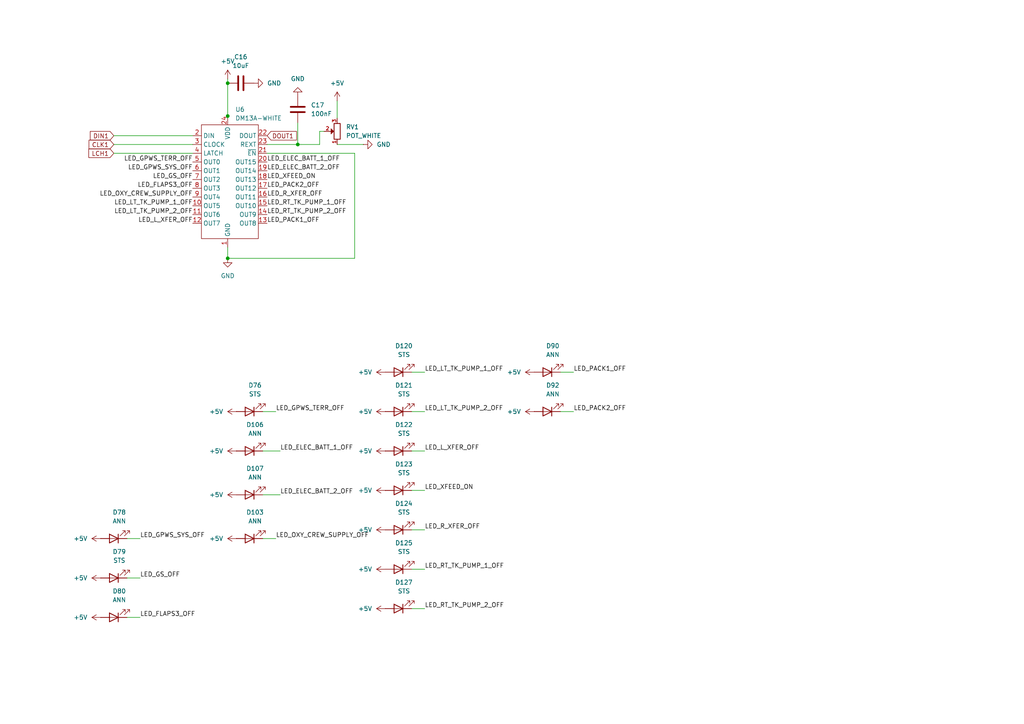
<source format=kicad_sch>
(kicad_sch (version 20231120) (generator "eeschema") (generator_version "8.0")
  (paper "A4")
  (lib_symbols
    (symbol "Custom_Symbols:DM13A"
      (property "Reference" "U" (at -7.62 15.875 0))
      (property "Value" "DM13A" (at 6.35 -19.685 0))
      (symbol "DM13A_0_0"
        (pin power_in line (at 0 -20.955 90) (length 2.54) (name "GND") (number "1"))
        (pin output line (at -10.16 -8.89 0) (length 2.54) (name "OUT5") (number "10"))
        (pin output line (at -10.16 -11.43 0) (length 2.54) (name "OUT6") (number "11"))
        (pin output line (at -10.16 -13.97 0) (length 2.54) (name "OUT7") (number "12"))
        (pin output line (at 11.43 -13.97 180) (length 2.54) (name "OUT8") (number "13"))
        (pin output line (at 11.43 -11.43 180) (length 2.54) (name "OUT9") (number "14"))
        (pin output line (at 11.43 -8.89 180) (length 2.54) (name "OUT10") (number "15"))
        (pin output line (at 11.43 -6.35 180) (length 2.54) (name "OUT11") (number "16"))
        (pin output line (at 11.43 -3.81 180) (length 2.54) (name "OUT12") (number "17"))
        (pin output line (at 11.43 -1.27 180) (length 2.54) (name "OUT13") (number "18"))
        (pin output line (at 11.43 1.27 180) (length 2.54) (name "OUT14") (number "19"))
        (pin input line (at -10.16 11.43 0) (length 2.54) (name "DIN") (number "2"))
        (pin output line (at 11.43 3.81 180) (length 2.54) (name "OUT15") (number "20"))
        (pin input line (at 11.43 6.35 180) (length 2.54) (name "~{EN}") (number "21"))
        (pin output line (at 11.43 11.43 180) (length 2.54) (name "DOUT") (number "22"))
        (pin input line (at 11.43 8.89 180) (length 2.54) (name "REXT") (number "23"))
        (pin power_in line (at 0 17.145 270) (length 2.54) (name "VDD") (number "24"))
        (pin input line (at -10.16 8.89 0) (length 2.54) (name "CLOCK") (number "3"))
        (pin input line (at -10.16 6.35 0) (length 2.54) (name "LATCH") (number "4"))
        (pin output line (at -10.16 3.81 0) (length 2.54) (name "OUT0") (number "5"))
        (pin output line (at -10.16 1.27 0) (length 2.54) (name "OUT1") (number "6"))
        (pin output line (at -10.16 -1.27 0) (length 2.54) (name "OUT2") (number "7"))
        (pin output line (at -10.16 -3.81 0) (length 2.54) (name "OUT3") (number "8"))
        (pin output line (at -10.16 -6.35 0) (length 2.54) (name "OUT4") (number "9"))
      )
      (symbol "DM13A_0_1"
        (rectangle (start -7.62 14.605) (end 8.89 -18.415))
      )
    )
    (symbol "Device:C" (pin_numbers hide) (pin_names (offset 0.254))
      (property "Reference" "C" (at 0.635 2.54 0))
      (property "Value" "C" (at 0.635 -2.54 0))
      (symbol "C_0_1"
        (polyline (pts (xy -2.032 -0.762) (xy 2.032 -0.762)) (stroke (width 0.508)))
        (polyline (pts (xy -2.032 0.762) (xy 2.032 0.762)) (stroke (width 0.508)))
      )
      (symbol "C_1_1"
        (pin passive line (at 0 3.81 270) (length 2.794) (name "~") (number "1"))
        (pin passive line (at 0 -3.81 90) (length 2.794) (name "~") (number "2"))
      )
    )
    (symbol "Device:LED" (pin_numbers hide) (pin_names (offset 1.016) hide)
      (property "Reference" "D" (at 0 2.54 0))
      (property "Value" "LED" (at 0 -2.54 0))
      (symbol "LED_0_1"
        (polyline (pts (xy -1.27 -1.27) (xy -1.27 1.27)) (stroke (width 0.254)))
        (polyline (pts (xy -1.27 0) (xy 1.27 0)))
        (polyline (pts (xy 1.27 -1.27) (xy 1.27 1.27) (xy -1.27 0) (xy 1.27 -1.27)) (stroke (width 0.254)))
        (polyline (pts (xy -3.048 -0.762) (xy -4.572 -2.286) (xy -3.81 -2.286) (xy -4.572 -2.286) (xy -4.572 -1.524)))
        (polyline (pts (xy -1.778 -0.762) (xy -3.302 -2.286) (xy -2.54 -2.286) (xy -3.302 -2.286) (xy -3.302 -1.524)))
      )
      (symbol "LED_1_1"
        (pin passive line (at -3.81 0 0) (length 2.54) (name "K") (number "1"))
        (pin passive line (at 3.81 0 180) (length 2.54) (name "A") (number "2"))
      )
    )
    (symbol "PCM_SL_Devices:potentiometer_3362P"
      (property "Reference" "RV" (at 0 -2.286 0))
      (property "Value" "potentiometer_3362P" (at 0 -3.81 0))
      (symbol "potentiometer_3362P_0_1"
        (rectangle (start -2.286 0.889) (end 2.286 -0.889) (stroke (width 0.24)))
        (polyline (pts (xy 0 1.016) (xy 0.762 1.778) (xy -0.762 1.778) (xy 0 1.016)) (fill (type outline)))
      )
      (symbol "potentiometer_3362P_1_1"
        (pin passive line (at -3.81 0 0) (length 1.5) (name "~") (number "1"))
        (pin passive line (at 0 3.81 270) (length 2) (name "~") (number "2"))
        (pin passive line (at 3.81 0 180) (length 1.5) (name "~") (number "3"))
      )
    )
    (symbol "power:+5V" (power) (pin_numbers hide) (pin_names (offset 0) hide)
      (property "Value" "+5V" (at 0 3.556 0))
      (symbol "+5V_0_1"
        (polyline (pts (xy -0.762 1.27) (xy 0 2.54)))
        (polyline (pts (xy 0 0) (xy 0 2.54)))
        (polyline (pts (xy 0 2.54) (xy 0.762 1.27)))
      )
      (symbol "+5V_1_1"
        (pin power_in line (at 0 0 90) (length 0) (name "~") (number "1"))
      )
    )
    (symbol "power:GND" (power) (pin_numbers hide) (pin_names (offset 0) hide)
      (property "Value" "GND" (at 0 -3.81 0))
      (symbol "GND_0_1"
        (polyline (pts (xy 0 0) (xy 0 -1.27) (xy 1.27 -1.27) (xy 0 -2.54) (xy -1.27 -1.27) (xy 0 -1.27)))
      )
      (symbol "GND_1_1"
        (pin power_in line (at 0 0 270) (length 0) (name "~") (number "1"))
      )
    )
  )
  (junction (at 66.04 24.13))
  (junction (at 66.04 33.655))
  (junction (at 86.36 41.91))
  (junction (at 66.04 74.93))
  (wire (pts (xy 123.19 130.81) (xy 119.38 130.81)))
  (wire (pts (xy 92.71 41.91) (xy 92.71 38.1)))
  (wire (pts (xy 123.19 165.1) (xy 119.38 165.1)))
  (wire (pts (xy 102.87 44.45) (xy 102.87 74.93)))
  (wire (pts (xy 97.79 29.21) (xy 97.79 34.29)))
  (wire (pts (xy 66.04 74.93) (xy 102.87 74.93)))
  (wire (pts (xy 40.64 156.21) (xy 36.83 156.21)))
  (wire (pts (xy 123.19 176.53) (xy 119.38 176.53)))
  (wire (pts (xy 66.04 24.13) (xy 66.04 33.655)))
  (wire (pts (xy 123.19 107.95) (xy 119.38 107.95)))
  (wire (pts (xy 105.41 41.91) (xy 97.79 41.91)))
  (wire (pts (xy 166.37 119.38) (xy 162.56 119.38)))
  (wire (pts (xy 92.71 38.1) (xy 93.98 38.1)))
  (wire (pts (xy 77.47 41.91) (xy 86.36 41.91)))
  (wire (pts (xy 123.19 119.38) (xy 119.38 119.38)))
  (wire (pts (xy 80.01 156.21) (xy 76.2 156.21)))
  (wire (pts (xy 102.87 44.45) (xy 77.47 44.45)))
  (wire (pts (xy 33.02 44.45) (xy 55.88 44.45)))
  (wire (pts (xy 66.04 22.86) (xy 66.04 24.13)))
  (wire (pts (xy 66.04 71.755) (xy 66.04 74.93)))
  (wire (pts (xy 86.36 35.56) (xy 86.36 41.91)))
  (wire (pts (xy 33.02 39.37) (xy 55.88 39.37)))
  (wire (pts (xy 123.19 142.24) (xy 119.38 142.24)))
  (wire (pts (xy 40.64 167.64) (xy 36.83 167.64)))
  (wire (pts (xy 66.04 33.655) (xy 66.04 34.29)))
  (wire (pts (xy 76.2 119.38) (xy 80.01 119.38)))
  (wire (pts (xy 40.64 179.07) (xy 36.83 179.07)))
  (wire (pts (xy 81.28 130.81) (xy 76.2 130.81)))
  (wire (pts (xy 81.28 143.51) (xy 76.2 143.51)))
  (wire (pts (xy 123.19 153.67) (xy 119.38 153.67)))
  (wire (pts (xy 166.37 107.95) (xy 162.56 107.95)))
  (wire (pts (xy 33.02 41.91) (xy 55.88 41.91)))
  (wire (pts (xy 92.71 41.91) (xy 86.36 41.91)))
  (label "LED_RT_TK_PUMP_2_OFF" (at 123.19 176.53 0))
  (label "LED_GPWS_TERR_OFF" (at 80.01 119.38 0))
  (label "LED_PACK2_OFF" (at 166.37 119.38 0))
  (label "LED_XFEED_ON" (at 123.19 142.24 0))
  (label "LED_RT_TK_PUMP_2_OFF" (at 77.47 62.23 0))
  (label "LED_L_XFER_OFF" (at 123.19 130.81 0))
  (label "LED_ELEC_BATT_2_OFF" (at 77.47 49.53 0))
  (label "LED_LT_TK_PUMP_2_OFF" (at 55.88 62.23 180))
  (label "LED_OXY_CREW_SUPPLY_OFF" (at 55.88 57.15 180))
  (label "LED_L_XFER_OFF" (at 55.88 64.77 180))
  (label "LED_GPWS_SYS_OFF" (at 55.88 49.53 180))
  (label "LED_PACK1_OFF" (at 166.37 107.95 0))
  (label "LED_GPWS_TERR_OFF" (at 55.88 46.99 180))
  (label "LED_R_XFER_OFF" (at 77.47 57.15 0))
  (label "LED_ELEC_BATT_1_OFF" (at 77.47 46.99 0))
  (label "LED_LT_TK_PUMP_1_OFF" (at 123.19 107.95 0))
  (label "LED_FLAPS3_OFF" (at 40.64 179.07 0))
  (label "LED_RT_TK_PUMP_1_OFF" (at 77.47 59.69 0))
  (label "LED_ELEC_BATT_2_OFF" (at 81.28 143.51 0))
  (label "LED_LT_TK_PUMP_2_OFF" (at 123.19 119.38 0))
  (label "LED_PACK2_OFF" (at 77.47 54.61 0))
  (label "LED_PACK1_OFF" (at 77.47 64.77 0))
  (label "LED_ELEC_BATT_1_OFF" (at 81.28 130.81 0))
  (label "LED_GS_OFF" (at 40.64 167.64 0))
  (label "LED_OXY_CREW_SUPPLY_OFF" (at 80.01 156.21 0))
  (label "LED_RT_TK_PUMP_1_OFF" (at 123.19 165.1 0))
  (label "LED_XFEED_ON" (at 77.47 52.07 0))
  (label "LED_FLAPS3_OFF" (at 55.88 54.61 180))
  (label "LED_LT_TK_PUMP_1_OFF" (at 55.88 59.69 180))
  (label "LED_GPWS_SYS_OFF" (at 40.64 156.21 0))
  (label "LED_R_XFER_OFF" (at 123.19 153.67 0))
  (label "LED_GS_OFF" (at 55.88 52.07 180))
  (global_label "DOUT1" (shape input) (at 77.47 39.37 0) (property "Intersheetrefs" "${INTERSHEET_REFS}" (effects (hide yes))))
  (global_label "LCH1" (shape input) (at 33.02 44.45 180) (property "Intersheetrefs" "${INTERSHEET_REFS}" (effects (hide yes))))
  (global_label "CLK1" (shape input) (at 33.02 41.91 180) (property "Intersheetrefs" "${INTERSHEET_REFS}" (effects (hide yes))))
  (global_label "DIN1" (shape input) (at 33.02 39.37 180) (property "Intersheetrefs" "${INTERSHEET_REFS}" (effects (hide yes))))
  (symbol (lib_id "power:+5V") (at 111.76 130.81 90) (unit 1)
    (property "Reference" "#PWR0162" (effects (hide yes)))
    (property "Value" "+5V" (at 107.95 130.8099 90) (effects (justify left)))
    (property "Description" "Power symbol creates a global label with name \"+5V\"" (effects (hide yes)))
  )
  (symbol (lib_id "power:+5V") (at 68.58 156.21 90) (unit 1)
    (property "Reference" "#PWR0135" (effects (hide yes)))
    (property "Value" "+5V" (at 64.77 156.2099 90) (effects (justify left)))
    (property "Description" "Power symbol creates a global label with name \"+5V\"" (effects (hide yes)))
  )
  (symbol (lib_id "PCM_SL_Devices:potentiometer_3362P") (at 97.79 38.1 90) (unit 1)
    (property "Reference" "RV1" (at 100.33 36.8299 90) (effects (justify right)))
    (property "Value" "POT_WHITE" (at 100.33 39.3699 90) (effects (justify right)))
    (property "Footprint" "PCM_SL_Footprints:potentiometer_3362P" (effects (hide yes)))
    (property "Datasheet" "https://www.bourns.com/data/global/pdfs/3362.pdf" (effects (hide yes)))
    (property "Description" "potentiometer_3362P" (effects (hide yes)))
  )
  (symbol (lib_id "Device:LED") (at 72.39 143.51 180) (unit 1)
    (property "Reference" "D107" (at 73.9775 135.89 0))
    (property "Value" "ANN" (at 73.9775 138.43 0))
    (property "Footprint" "LED_THT:LED_Rectangular_W3.9mm_H1.8mm_FlatTop" (effects (hide yes)))
    (property "Description" "Light emitting diode" (effects (hide yes)))
  )
  (symbol (lib_id "power:+5V") (at 68.58 130.81 90) (unit 1)
    (property "Reference" "#PWR0137" (effects (hide yes)))
    (property "Value" "+5V" (at 64.77 130.8099 90) (effects (justify left)))
    (property "Description" "Power symbol creates a global label with name \"+5V\"" (effects (hide yes)))
  )
  (symbol (lib_id "Device:LED") (at 158.75 107.95 180) (unit 1)
    (property "Reference" "D90" (at 160.3375 100.33 0))
    (property "Value" "ANN" (at 160.3375 102.87 0))
    (property "Footprint" "LED_THT:LED_Rectangular_W3.9mm_H1.8mm_FlatTop" (effects (hide yes)))
    (property "Description" "Light emitting diode" (effects (hide yes)))
  )
  (symbol (lib_id "power:+5V") (at 111.76 142.24 90) (unit 1)
    (property "Reference" "#PWR0164" (effects (hide yes)))
    (property "Value" "+5V" (at 107.95 142.2399 90) (effects (justify left)))
    (property "Description" "Power symbol creates a global label with name \"+5V\"" (effects (hide yes)))
  )
  (symbol (lib_id "power:+5V") (at 111.76 165.1 90) (unit 1)
    (property "Reference" "#PWR0168" (effects (hide yes)))
    (property "Value" "+5V" (at 107.95 165.0999 90) (effects (justify left)))
    (property "Description" "Power symbol creates a global label with name \"+5V\"" (effects (hide yes)))
  )
  (symbol (lib_id "Device:LED") (at 72.39 130.81 180) (unit 1)
    (property "Reference" "D106" (at 73.9775 123.19 0))
    (property "Value" "ANN" (at 73.9775 125.73 0))
    (property "Footprint" "LED_THT:LED_Rectangular_W3.9mm_H1.8mm_FlatTop" (effects (hide yes)))
    (property "Description" "Light emitting diode" (effects (hide yes)))
  )
  (symbol (lib_id "Device:LED") (at 115.57 165.1 180) (unit 1)
    (property "Reference" "D125" (at 117.1575 157.48 0))
    (property "Value" "STS" (at 117.1575 160.02 0))
    (property "Footprint" "LED_THT:LED_Rectangular_W3.9mm_H1.8mm_FlatTop" (effects (hide yes)))
    (property "Description" "Light emitting diode" (effects (hide yes)))
  )
  (symbol (lib_id "Device:LED") (at 115.57 130.81 180) (unit 1)
    (property "Reference" "D122" (at 117.1575 123.19 0))
    (property "Value" "STS" (at 117.1575 125.73 0))
    (property "Footprint" "LED_THT:LED_Rectangular_W3.9mm_H1.8mm_FlatTop" (effects (hide yes)))
    (property "Description" "Light emitting diode" (effects (hide yes)))
  )
  (symbol (lib_id "Device:LED") (at 33.02 156.21 180) (unit 1)
    (property "Reference" "D78" (at 34.6075 148.59 0))
    (property "Value" "ANN" (at 34.6075 151.13 0))
    (property "Footprint" "LED_THT:LED_Rectangular_W3.9mm_H1.8mm_FlatTop" (effects (hide yes)))
    (property "Description" "Light emitting diode" (effects (hide yes)))
  )
  (symbol (lib_id "Device:LED") (at 115.57 153.67 180) (unit 1)
    (property "Reference" "D124" (at 117.1575 146.05 0))
    (property "Value" "STS" (at 117.1575 148.59 0))
    (property "Footprint" "LED_THT:LED_Rectangular_W3.9mm_H1.8mm_FlatTop" (effects (hide yes)))
    (property "Description" "Light emitting diode" (effects (hide yes)))
  )
  (symbol (lib_id "Device:LED") (at 115.57 107.95 180) (unit 1)
    (property "Reference" "D120" (at 117.1575 100.33 0))
    (property "Value" "STS" (at 117.1575 102.87 0))
    (property "Footprint" "LED_THT:LED_Rectangular_W3.9mm_H1.8mm_FlatTop" (effects (hide yes)))
    (property "Description" "Light emitting diode" (effects (hide yes)))
  )
  (symbol (lib_id "power:GND") (at 73.66 24.13 90) (unit 1)
    (property "Reference" "#PWR0210" (effects (hide yes)))
    (property "Value" "GND" (at 77.47 24.1299 90) (effects (justify right)))
    (property "Description" "Power symbol creates a global label with name \"GND\" , ground" (effects (hide yes)))
  )
  (symbol (lib_id "power:+5V") (at 111.76 107.95 90) (unit 1)
    (property "Reference" "#PWR0158" (effects (hide yes)))
    (property "Value" "+5V" (at 107.95 107.9499 90) (effects (justify left)))
    (property "Description" "Power symbol creates a global label with name \"+5V\"" (effects (hide yes)))
  )
  (symbol (lib_id "power:+5V") (at 29.21 179.07 90) (unit 1)
    (property "Reference" "#PWR0103" (effects (hide yes)))
    (property "Value" "+5V" (at 25.4 179.0699 90) (effects (justify left)))
    (property "Description" "Power symbol creates a global label with name \"+5V\"" (effects (hide yes)))
  )
  (symbol (lib_id "power:+5V") (at 66.04 22.86 0) (unit 1)
    (property "Reference" "#PWR0208" (effects (hide yes)))
    (property "Value" "+5V" (at 66.04 17.78 0))
    (property "Description" "Power symbol creates a global label with name \"+5V\"" (effects (hide yes)))
  )
  (symbol (lib_id "Device:LED") (at 115.57 176.53 180) (unit 1)
    (property "Reference" "D127" (at 117.1575 168.91 0))
    (property "Value" "STS" (at 117.1575 171.45 0))
    (property "Footprint" "LED_THT:LED_Rectangular_W3.9mm_H1.8mm_FlatTop" (effects (hide yes)))
    (property "Description" "Light emitting diode" (effects (hide yes)))
  )
  (symbol (lib_id "power:+5V") (at 68.58 119.38 90) (unit 1)
    (property "Reference" "#PWR099" (effects (hide yes)))
    (property "Value" "+5V" (at 64.77 119.3799 90) (effects (justify left)))
    (property "Description" "Power symbol creates a global label with name \"+5V\"" (effects (hide yes)))
  )
  (symbol (lib_id "power:+5V") (at 29.21 156.21 90) (unit 1)
    (property "Reference" "#PWR0101" (effects (hide yes)))
    (property "Value" "+5V" (at 25.4 156.2099 90) (effects (justify left)))
    (property "Description" "Power symbol creates a global label with name \"+5V\"" (effects (hide yes)))
  )
  (symbol (lib_id "Device:LED") (at 33.02 179.07 180) (unit 1)
    (property "Reference" "D80" (at 34.6075 171.45 0))
    (property "Value" "ANN" (at 34.6075 173.99 0))
    (property "Footprint" "LED_THT:LED_Rectangular_W3.9mm_H1.8mm_FlatTop" (effects (hide yes)))
    (property "Description" "Light emitting diode" (effects (hide yes)))
  )
  (symbol (lib_id "power:+5V") (at 154.94 119.38 90) (unit 1)
    (property "Reference" "#PWR0119" (effects (hide yes)))
    (property "Value" "+5V" (at 151.13 119.3799 90) (effects (justify left)))
    (property "Description" "Power symbol creates a global label with name \"+5V\"" (effects (hide yes)))
  )
  (symbol (lib_id "Device:LED") (at 33.02 167.64 180) (unit 1)
    (property "Reference" "D79" (at 34.6075 160.02 0))
    (property "Value" "STS" (at 34.6075 162.56 0))
    (property "Footprint" "LED_THT:LED_Rectangular_W3.9mm_H1.8mm_FlatTop" (effects (hide yes)))
    (property "Description" "Light emitting diode" (effects (hide yes)))
  )
  (symbol (lib_id "Device:LED") (at 115.57 142.24 180) (unit 1)
    (property "Reference" "D123" (at 117.1575 134.62 0))
    (property "Value" "STS" (at 117.1575 137.16 0))
    (property "Footprint" "LED_THT:LED_Rectangular_W3.9mm_H1.8mm_FlatTop" (effects (hide yes)))
    (property "Description" "Light emitting diode" (effects (hide yes)))
  )
  (symbol (lib_id "power:+5V") (at 111.76 119.38 90) (unit 1)
    (property "Reference" "#PWR0160" (effects (hide yes)))
    (property "Value" "+5V" (at 107.95 119.3799 90) (effects (justify left)))
    (property "Description" "Power symbol creates a global label with name \"+5V\"" (effects (hide yes)))
  )
  (symbol (lib_id "power:+5V") (at 68.58 143.51 90) (unit 1)
    (property "Reference" "#PWR0138" (effects (hide yes)))
    (property "Value" "+5V" (at 64.77 143.5099 90) (effects (justify left)))
    (property "Description" "Power symbol creates a global label with name \"+5V\"" (effects (hide yes)))
  )
  (symbol (lib_id "Device:LED") (at 72.39 119.38 180) (unit 1)
    (property "Reference" "D76" (at 73.9775 111.76 0))
    (property "Value" "STS" (at 73.9775 114.3 0))
    (property "Footprint" "LED_THT:LED_Rectangular_W3.9mm_H1.8mm_FlatTop" (effects (hide yes)))
    (property "Description" "Light emitting diode" (effects (hide yes)))
  )
  (symbol (lib_id "Device:C") (at 69.85 24.13 90) (unit 1)
    (property "Reference" "C16" (at 69.85 16.51 90))
    (property "Value" "10uF" (at 69.85 19.05 90))
    (property "Footprint" "Capacitor_SMD:C_1206_3216Metric_Pad1.33x1.80mm_HandSolder" (effects (hide yes)))
    (property "Description" "Unpolarized capacitor" (effects (hide yes)))
  )
  (symbol (lib_id "power:+5V") (at 111.76 153.67 90) (unit 1)
    (property "Reference" "#PWR0166" (effects (hide yes)))
    (property "Value" "+5V" (at 107.95 153.6699 90) (effects (justify left)))
    (property "Description" "Power symbol creates a global label with name \"+5V\"" (effects (hide yes)))
  )
  (symbol (lib_id "power:+5V") (at 154.94 107.95 90) (unit 1)
    (property "Reference" "#PWR0117" (effects (hide yes)))
    (property "Value" "+5V" (at 151.13 107.9499 90) (effects (justify left)))
    (property "Description" "Power symbol creates a global label with name \"+5V\"" (effects (hide yes)))
  )
  (symbol (lib_id "Device:LED") (at 158.75 119.38 180) (unit 1)
    (property "Reference" "D92" (at 160.3375 111.76 0))
    (property "Value" "ANN" (at 160.3375 114.3 0))
    (property "Footprint" "LED_THT:LED_Rectangular_W3.9mm_H1.8mm_FlatTop" (effects (hide yes)))
    (property "Description" "Light emitting diode" (effects (hide yes)))
  )
  (symbol (lib_id "Device:LED") (at 115.57 119.38 180) (unit 1)
    (property "Reference" "D121" (at 117.1575 111.76 0))
    (property "Value" "STS" (at 117.1575 114.3 0))
    (property "Footprint" "LED_THT:LED_Rectangular_W3.9mm_H1.8mm_FlatTop" (effects (hide yes)))
    (property "Description" "Light emitting diode" (effects (hide yes)))
  )
  (symbol (lib_id "Device:LED") (at 72.39 156.21 180) (unit 1)
    (property "Reference" "D103" (at 73.9775 148.59 0))
    (property "Value" "ANN" (at 73.9775 151.13 0))
    (property "Footprint" "LED_THT:LED_Rectangular_W3.9mm_H1.8mm_FlatTop" (effects (hide yes)))
    (property "Description" "Light emitting diode" (effects (hide yes)))
  )
  (symbol (lib_id "Custom_Symbols:DM13A") (at 66.04 50.8 0) (unit 1)
    (property "Reference" "U6" (at 68.2341 31.75 0) (effects (justify left)))
    (property "Value" "DM13A-WHITE" (at 68.2341 34.29 0) (effects (justify left)))
    (property "Footprint" "Package_SO:SOP-24_7.5x15.4mm_P1.27mm" (effects (hide yes)))
    (property "Description" "15-bit constant current LED driver" (effects (hide yes)))
  )
  (symbol (lib_id "power:GND") (at 66.04 74.93 0) (unit 1)
    (property "Reference" "#PWR0209" (effects (hide yes)))
    (property "Value" "GND" (at 66.04 80.01 0))
    (property "Description" "Power symbol creates a global label with name \"GND\" , ground" (effects (hide yes)))
  )
  (symbol (lib_id "power:+5V") (at 97.79 29.21 0) (unit 1)
    (property "Reference" "#PWR0212" (effects (hide yes)))
    (property "Value" "+5V" (at 97.79 24.13 0))
    (property "Description" "Power symbol creates a global label with name \"+5V\"" (effects (hide yes)))
  )
  (symbol (lib_id "power:GND") (at 86.36 27.94 180) (unit 1)
    (property "Reference" "#PWR0213" (effects (hide yes)))
    (property "Value" "GND" (at 86.36 22.86 0))
    (property "Description" "Power symbol creates a global label with name \"GND\" , ground" (effects (hide yes)))
  )
  (symbol (lib_id "power:+5V") (at 29.21 167.64 90) (unit 1)
    (property "Reference" "#PWR0102" (effects (hide yes)))
    (property "Value" "+5V" (at 25.4 167.6399 90) (effects (justify left)))
    (property "Description" "Power symbol creates a global label with name \"+5V\"" (effects (hide yes)))
  )
  (symbol (lib_id "power:GND") (at 105.41 41.91 90) (unit 1)
    (property "Reference" "#PWR0211" (effects (hide yes)))
    (property "Value" "GND" (at 109.22 41.9099 90) (effects (justify right)))
    (property "Description" "Power symbol creates a global label with name \"GND\" , ground" (effects (hide yes)))
  )
  (symbol (lib_id "power:+5V") (at 111.76 176.53 90) (unit 1)
    (property "Reference" "#PWR0170" (effects (hide yes)))
    (property "Value" "+5V" (at 107.95 176.5299 90) (effects (justify left)))
    (property "Description" "Power symbol creates a global label with name \"+5V\"" (effects (hide yes)))
  )
  (symbol (lib_id "Device:C") (at 86.36 31.75 0) (unit 1)
    (property "Reference" "C17" (at 90.17 30.4799 0) (effects (justify left)))
    (property "Value" "100nF" (at 90.17 33.0199 0) (effects (justify left)))
    (property "Footprint" "Capacitor_SMD:C_1206_3216Metric_Pad1.33x1.80mm_HandSolder" (effects (hide yes)))
    (property "Description" "Unpolarized capacitor" (effects (hide yes)))
  )
)
</source>
